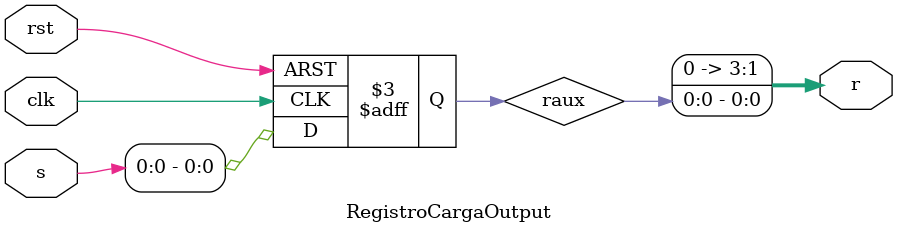
<source format=sv>
module RegistroCargaOutput
#(parameter N = 4)
(
	input [N-1:0] s,
	input clk,
	input rst,
	output [N-1:0] r

);

	logic raux=0;
	
	always_ff @ (posedge clk or posedge rst)
		if (rst) 
			raux=0;
		else 
			raux=s;
	
	assign r=raux;
	
endmodule
</source>
